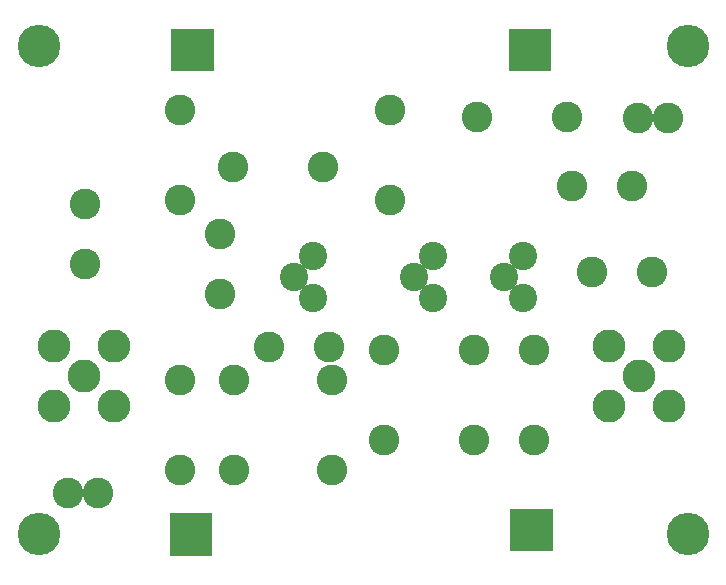
<source format=gbr>
%FSLAX34Y34*%
%MOMM*%
%LNSOLDERMASK_TOP*%
G71*
G01*
%ADD10C,2.600*%
%ADD11C,2.400*%
%ADD12C,2.800*%
%ADD13C,2.600*%
%ADD14C,3.600*%
%LPD*%
X141629Y344375D02*
G54D10*
D03*
X141679Y420625D02*
G54D10*
D03*
X60636Y340975D02*
G54D10*
D03*
X60748Y289994D02*
G54D10*
D03*
X174935Y315575D02*
G54D10*
D03*
X175048Y264594D02*
G54D10*
D03*
X141645Y115775D02*
G54D10*
D03*
X141695Y192025D02*
G54D10*
D03*
X262366Y372389D02*
G54D10*
D03*
X186116Y372439D02*
G54D10*
D03*
X187325Y192025D02*
G54D10*
D03*
X187275Y115775D02*
G54D10*
D03*
X319429Y344374D02*
G54D10*
D03*
X319478Y420624D02*
G54D10*
D03*
X216760Y219859D02*
G54D10*
D03*
X314325Y217425D02*
G54D10*
D03*
X314275Y141175D02*
G54D10*
D03*
X390525Y217425D02*
G54D10*
D03*
X390475Y141175D02*
G54D10*
D03*
X441325Y217425D02*
G54D10*
D03*
X441275Y141175D02*
G54D10*
D03*
X540797Y283469D02*
G54D10*
D03*
X489816Y283357D02*
G54D10*
D03*
X469342Y414193D02*
G54D10*
D03*
X393092Y414243D02*
G54D10*
D03*
X528775Y413675D02*
G54D10*
D03*
X554275Y413675D02*
G54D10*
D03*
X46175Y96175D02*
G54D10*
D03*
X71675Y96175D02*
G54D10*
D03*
X254000Y296800D02*
G54D11*
D03*
X238100Y279225D02*
G54D11*
D03*
X254035Y261609D02*
G54D11*
D03*
X355600Y296800D02*
G54D11*
D03*
X339700Y279225D02*
G54D11*
D03*
X355635Y261609D02*
G54D11*
D03*
X431800Y296800D02*
G54D11*
D03*
X415900Y279225D02*
G54D11*
D03*
X431835Y261609D02*
G54D11*
D03*
X34900Y220700D02*
G54D12*
D03*
X85700Y220700D02*
G54D12*
D03*
X60300Y195300D02*
G54D12*
D03*
X85700Y169900D02*
G54D12*
D03*
X34900Y169900D02*
G54D12*
D03*
X504800Y220700D02*
G54D12*
D03*
X555600Y220700D02*
G54D12*
D03*
X530200Y195300D02*
G54D12*
D03*
X555600Y169900D02*
G54D12*
D03*
X504800Y169900D02*
G54D12*
D03*
X473026Y356109D02*
G54D10*
D03*
X524006Y356222D02*
G54D10*
D03*
X141645Y115775D02*
G54D13*
D03*
X187275Y115775D02*
G54D13*
D03*
X314275Y141175D02*
G54D13*
D03*
X390475Y141175D02*
G54D13*
D03*
G36*
X133773Y489348D02*
X169773Y489348D01*
X169773Y453348D01*
X133773Y453348D01*
X133773Y489348D01*
G37*
G36*
X419523Y489348D02*
X455523Y489348D01*
X455523Y453348D01*
X419523Y453348D01*
X419523Y489348D01*
G37*
G36*
X132503Y79138D02*
X168503Y79138D01*
X168503Y43138D01*
X132503Y43138D01*
X132503Y79138D01*
G37*
G36*
X420793Y82948D02*
X456793Y82948D01*
X456793Y46948D01*
X420793Y46948D01*
X420793Y82948D01*
G37*
X21590Y474600D02*
G54D14*
D03*
X21590Y61850D02*
G54D14*
D03*
X571500Y61850D02*
G54D14*
D03*
X571500Y474600D02*
G54D14*
D03*
X267560Y219859D02*
G54D10*
D03*
X269875Y192025D02*
G54D10*
D03*
X269825Y115775D02*
G54D10*
D03*
X269825Y115775D02*
G54D13*
D03*
M02*

</source>
